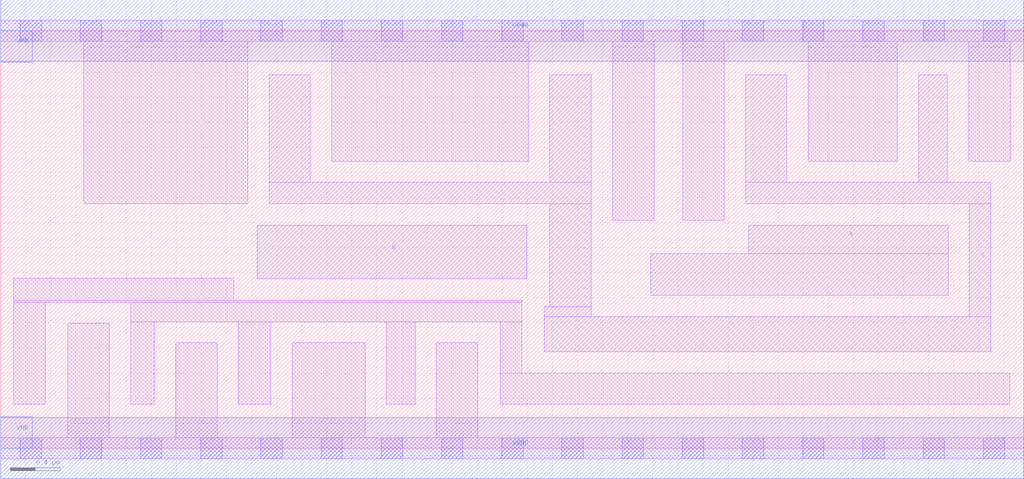
<source format=lef>
# Copyright 2020 The SkyWater PDK Authors
#
# Licensed under the Apache License, Version 2.0 (the "License");
# you may not use this file except in compliance with the License.
# You may obtain a copy of the License at
#
#     https://www.apache.org/licenses/LICENSE-2.0
#
# Unless required by applicable law or agreed to in writing, software
# distributed under the License is distributed on an "AS IS" BASIS,
# WITHOUT WARRANTIES OR CONDITIONS OF ANY KIND, either express or implied.
# See the License for the specific language governing permissions and
# limitations under the License.
#
# SPDX-License-Identifier: Apache-2.0

VERSION 5.5 ;
NAMESCASESENSITIVE ON ;
BUSBITCHARS "[]" ;
DIVIDERCHAR "/" ;
MACRO sky130_fd_sc_hs__nand2_8
  CLASS CORE ;
  SOURCE USER ;
  ORIGIN  0.000000  0.000000 ;
  SIZE  8.160000 BY  3.330000 ;
  SYMMETRY X Y ;
  SITE unit ;
  PIN A
    ANTENNAGATEAREA  1.560000 ;
    DIRECTION INPUT ;
    USE SIGNAL ;
    PORT
      LAYER li1 ;
        RECT 5.185000 1.220000 7.555000 1.550000 ;
        RECT 5.965000 1.550000 7.555000 1.780000 ;
    END
  END A
  PIN B
    ANTENNAGATEAREA  1.560000 ;
    DIRECTION INPUT ;
    USE SIGNAL ;
    PORT
      LAYER li1 ;
        RECT 2.045000 1.350000 4.195000 1.780000 ;
    END
  END B
  PIN Y
    ANTENNADIFFAREA  2.284800 ;
    DIRECTION OUTPUT ;
    USE SIGNAL ;
    PORT
      LAYER li1 ;
        RECT 2.140000 1.950000 4.710000 2.120000 ;
        RECT 2.140000 2.120000 2.470000 2.980000 ;
        RECT 4.335000 0.770000 7.895000 1.050000 ;
        RECT 4.335000 1.050000 4.710000 1.130000 ;
        RECT 4.380000 1.130000 4.710000 1.950000 ;
        RECT 4.380000 2.120000 4.710000 2.980000 ;
        RECT 5.940000 1.950000 7.895000 2.120000 ;
        RECT 5.940000 2.120000 6.270000 2.980000 ;
        RECT 7.320000 2.120000 7.550000 2.980000 ;
        RECT 7.725000 1.050000 7.895000 1.950000 ;
    END
  END Y
  PIN VGND
    DIRECTION INOUT ;
    USE GROUND ;
    PORT
      LAYER met1 ;
        RECT 0.000000 -0.245000 8.160000 0.245000 ;
    END
  END VGND
  PIN VNB
    DIRECTION INOUT ;
    USE GROUND ;
    PORT
    END
  END VNB
  PIN VPB
    DIRECTION INOUT ;
    USE POWER ;
    PORT
    END
  END VPB
  PIN VNB
    DIRECTION INOUT ;
    USE GROUND ;
    PORT
      LAYER met1 ;
        RECT 0.000000 0.000000 0.250000 0.250000 ;
    END
  END VNB
  PIN VPB
    DIRECTION INOUT ;
    USE POWER ;
    PORT
      LAYER met1 ;
        RECT 0.000000 3.080000 0.250000 3.330000 ;
    END
  END VPB
  PIN VPWR
    DIRECTION INOUT ;
    USE POWER ;
    PORT
      LAYER met1 ;
        RECT 0.000000 3.085000 8.160000 3.575000 ;
    END
  END VPWR
  OBS
    LAYER li1 ;
      RECT 0.000000 -0.085000 8.160000 0.085000 ;
      RECT 0.000000  3.245000 8.160000 3.415000 ;
      RECT 0.105000  0.350000 0.355000 1.165000 ;
      RECT 0.105000  1.165000 4.155000 1.180000 ;
      RECT 0.105000  1.180000 1.860000 1.355000 ;
      RECT 0.535000  0.085000 0.865000 0.995000 ;
      RECT 0.660000  1.950000 1.970000 3.245000 ;
      RECT 1.035000  0.350000 1.225000 1.010000 ;
      RECT 1.035000  1.010000 4.155000 1.165000 ;
      RECT 1.395000  0.085000 1.725000 0.840000 ;
      RECT 1.895000  0.350000 2.155000 1.010000 ;
      RECT 2.325000  0.085000 2.905000 0.840000 ;
      RECT 2.640000  2.290000 4.210000 3.245000 ;
      RECT 3.075000  0.350000 3.305000 1.010000 ;
      RECT 3.475000  0.085000 3.805000 0.840000 ;
      RECT 3.985000  0.350000 8.045000 0.600000 ;
      RECT 3.985000  0.600000 4.155000 1.010000 ;
      RECT 4.880000  1.820000 5.210000 3.245000 ;
      RECT 5.440000  1.820000 5.770000 3.245000 ;
      RECT 6.440000  2.290000 7.150000 3.245000 ;
      RECT 7.720000  2.290000 8.050000 3.245000 ;
    LAYER mcon ;
      RECT 0.155000 -0.085000 0.325000 0.085000 ;
      RECT 0.155000  3.245000 0.325000 3.415000 ;
      RECT 0.635000 -0.085000 0.805000 0.085000 ;
      RECT 0.635000  3.245000 0.805000 3.415000 ;
      RECT 1.115000 -0.085000 1.285000 0.085000 ;
      RECT 1.115000  3.245000 1.285000 3.415000 ;
      RECT 1.595000 -0.085000 1.765000 0.085000 ;
      RECT 1.595000  3.245000 1.765000 3.415000 ;
      RECT 2.075000 -0.085000 2.245000 0.085000 ;
      RECT 2.075000  3.245000 2.245000 3.415000 ;
      RECT 2.555000 -0.085000 2.725000 0.085000 ;
      RECT 2.555000  3.245000 2.725000 3.415000 ;
      RECT 3.035000 -0.085000 3.205000 0.085000 ;
      RECT 3.035000  3.245000 3.205000 3.415000 ;
      RECT 3.515000 -0.085000 3.685000 0.085000 ;
      RECT 3.515000  3.245000 3.685000 3.415000 ;
      RECT 3.995000 -0.085000 4.165000 0.085000 ;
      RECT 3.995000  3.245000 4.165000 3.415000 ;
      RECT 4.475000 -0.085000 4.645000 0.085000 ;
      RECT 4.475000  3.245000 4.645000 3.415000 ;
      RECT 4.955000 -0.085000 5.125000 0.085000 ;
      RECT 4.955000  3.245000 5.125000 3.415000 ;
      RECT 5.435000 -0.085000 5.605000 0.085000 ;
      RECT 5.435000  3.245000 5.605000 3.415000 ;
      RECT 5.915000 -0.085000 6.085000 0.085000 ;
      RECT 5.915000  3.245000 6.085000 3.415000 ;
      RECT 6.395000 -0.085000 6.565000 0.085000 ;
      RECT 6.395000  3.245000 6.565000 3.415000 ;
      RECT 6.875000 -0.085000 7.045000 0.085000 ;
      RECT 6.875000  3.245000 7.045000 3.415000 ;
      RECT 7.355000 -0.085000 7.525000 0.085000 ;
      RECT 7.355000  3.245000 7.525000 3.415000 ;
      RECT 7.835000 -0.085000 8.005000 0.085000 ;
      RECT 7.835000  3.245000 8.005000 3.415000 ;
  END
END sky130_fd_sc_hs__nand2_8
END LIBRARY

</source>
